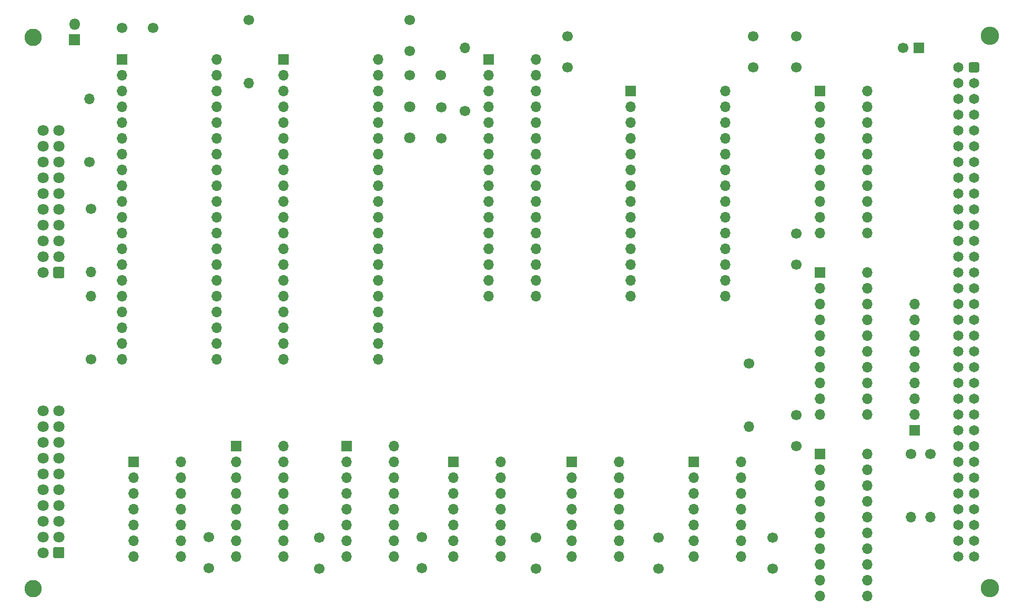
<source format=gbs>
%TF.GenerationSoftware,KiCad,Pcbnew,(5.1.10)-1*%
%TF.CreationDate,2021-07-28T22:43:10+09:30*%
%TF.ProjectId,System4cpu,53797374-656d-4346-9370-752e6b696361,rev?*%
%TF.SameCoordinates,Original*%
%TF.FileFunction,Soldermask,Bot*%
%TF.FilePolarity,Negative*%
%FSLAX46Y46*%
G04 Gerber Fmt 4.6, Leading zero omitted, Abs format (unit mm)*
G04 Created by KiCad (PCBNEW (5.1.10)-1) date 2021-07-28 22:43:10*
%MOMM*%
%LPD*%
G01*
G04 APERTURE LIST*
%ADD10C,2.800000*%
%ADD11O,1.700000X1.700000*%
%ADD12C,1.700000*%
%ADD13C,1.800000*%
%ADD14O,1.800000X1.800000*%
%ADD15C,1.650000*%
%ADD16C,2.950000*%
G04 APERTURE END LIST*
D10*
%TO.C,REF\u002A\u002A*%
X66975000Y-45340000D03*
X66975000Y-134060000D03*
%TD*%
D11*
%TO.C,R8*%
X136525000Y-46990000D03*
D12*
X136525000Y-57150000D03*
%TD*%
D11*
%TO.C,U5*%
X96520000Y-48895000D03*
X81280000Y-97155000D03*
X96520000Y-51435000D03*
X81280000Y-94615000D03*
X96520000Y-53975000D03*
X81280000Y-92075000D03*
X96520000Y-56515000D03*
X81280000Y-89535000D03*
X96520000Y-59055000D03*
X81280000Y-86995000D03*
X96520000Y-61595000D03*
X81280000Y-84455000D03*
X96520000Y-64135000D03*
X81280000Y-81915000D03*
X96520000Y-66675000D03*
X81280000Y-79375000D03*
X96520000Y-69215000D03*
X81280000Y-76835000D03*
X96520000Y-71755000D03*
X81280000Y-74295000D03*
X96520000Y-74295000D03*
X81280000Y-71755000D03*
X96520000Y-76835000D03*
X81280000Y-69215000D03*
X96520000Y-79375000D03*
X81280000Y-66675000D03*
X96520000Y-81915000D03*
X81280000Y-64135000D03*
X96520000Y-84455000D03*
X81280000Y-61595000D03*
X96520000Y-86995000D03*
X81280000Y-59055000D03*
X96520000Y-89535000D03*
X81280000Y-56515000D03*
X96520000Y-92075000D03*
X81280000Y-53975000D03*
X96520000Y-94615000D03*
X81280000Y-51435000D03*
X96520000Y-97155000D03*
G36*
G01*
X80430000Y-49695000D02*
X80430000Y-48095000D01*
G75*
G02*
X80480000Y-48045000I50000J0D01*
G01*
X82080000Y-48045000D01*
G75*
G02*
X82130000Y-48095000I0J-50000D01*
G01*
X82130000Y-49695000D01*
G75*
G02*
X82080000Y-49745000I-50000J0D01*
G01*
X80480000Y-49745000D01*
G75*
G02*
X80430000Y-49695000I0J50000D01*
G01*
G37*
%TD*%
D13*
%TO.C,J3*%
X68580000Y-105410000D03*
X68580000Y-107950000D03*
X68580000Y-110490000D03*
X68580000Y-113030000D03*
X68580000Y-115570000D03*
X68580000Y-118110000D03*
X68580000Y-120650000D03*
X68580000Y-123190000D03*
X68580000Y-125730000D03*
X68580000Y-128270000D03*
X71120000Y-105410000D03*
X71120000Y-107950000D03*
X71120000Y-110490000D03*
X71120000Y-113030000D03*
X71120000Y-115570000D03*
X71120000Y-118110000D03*
X71120000Y-120650000D03*
X71120000Y-123190000D03*
X71120000Y-125730000D03*
G36*
G01*
X72020000Y-127634705D02*
X72020000Y-128905295D01*
G75*
G02*
X71755295Y-129170000I-264705J0D01*
G01*
X70484705Y-129170000D01*
G75*
G02*
X70220000Y-128905295I0J264705D01*
G01*
X70220000Y-127634705D01*
G75*
G02*
X70484705Y-127370000I264705J0D01*
G01*
X71755295Y-127370000D01*
G75*
G02*
X72020000Y-127634705I0J-264705D01*
G01*
G37*
%TD*%
%TO.C,J2*%
X68580000Y-60325000D03*
X68580000Y-62865000D03*
X68580000Y-65405000D03*
X68580000Y-67945000D03*
X68580000Y-70485000D03*
X68580000Y-73025000D03*
X68580000Y-75565000D03*
X68580000Y-78105000D03*
X68580000Y-80645000D03*
X68580000Y-83185000D03*
X71120000Y-60325000D03*
X71120000Y-62865000D03*
X71120000Y-65405000D03*
X71120000Y-67945000D03*
X71120000Y-70485000D03*
X71120000Y-73025000D03*
X71120000Y-75565000D03*
X71120000Y-78105000D03*
X71120000Y-80645000D03*
G36*
G01*
X72020000Y-82549705D02*
X72020000Y-83820295D01*
G75*
G02*
X71755295Y-84085000I-264705J0D01*
G01*
X70484705Y-84085000D01*
G75*
G02*
X70220000Y-83820295I0J264705D01*
G01*
X70220000Y-82549705D01*
G75*
G02*
X70484705Y-82285000I264705J0D01*
G01*
X71755295Y-82285000D01*
G75*
G02*
X72020000Y-82549705I0J-264705D01*
G01*
G37*
%TD*%
D11*
%TO.C,U13*%
X122555000Y-48895000D03*
X107315000Y-97155000D03*
X122555000Y-51435000D03*
X107315000Y-94615000D03*
X122555000Y-53975000D03*
X107315000Y-92075000D03*
X122555000Y-56515000D03*
X107315000Y-89535000D03*
X122555000Y-59055000D03*
X107315000Y-86995000D03*
X122555000Y-61595000D03*
X107315000Y-84455000D03*
X122555000Y-64135000D03*
X107315000Y-81915000D03*
X122555000Y-66675000D03*
X107315000Y-79375000D03*
X122555000Y-69215000D03*
X107315000Y-76835000D03*
X122555000Y-71755000D03*
X107315000Y-74295000D03*
X122555000Y-74295000D03*
X107315000Y-71755000D03*
X122555000Y-76835000D03*
X107315000Y-69215000D03*
X122555000Y-79375000D03*
X107315000Y-66675000D03*
X122555000Y-81915000D03*
X107315000Y-64135000D03*
X122555000Y-84455000D03*
X107315000Y-61595000D03*
X122555000Y-86995000D03*
X107315000Y-59055000D03*
X122555000Y-89535000D03*
X107315000Y-56515000D03*
X122555000Y-92075000D03*
X107315000Y-53975000D03*
X122555000Y-94615000D03*
X107315000Y-51435000D03*
X122555000Y-97155000D03*
G36*
G01*
X106465000Y-49695000D02*
X106465000Y-48095000D01*
G75*
G02*
X106515000Y-48045000I50000J0D01*
G01*
X108115000Y-48045000D01*
G75*
G02*
X108165000Y-48095000I0J-50000D01*
G01*
X108165000Y-49695000D01*
G75*
G02*
X108115000Y-49745000I-50000J0D01*
G01*
X106515000Y-49745000D01*
G75*
G02*
X106465000Y-49695000I0J50000D01*
G01*
G37*
%TD*%
%TO.C,U12*%
X90805000Y-113665000D03*
X83185000Y-128905000D03*
X90805000Y-116205000D03*
X83185000Y-126365000D03*
X90805000Y-118745000D03*
X83185000Y-123825000D03*
X90805000Y-121285000D03*
X83185000Y-121285000D03*
X90805000Y-123825000D03*
X83185000Y-118745000D03*
X90805000Y-126365000D03*
X83185000Y-116205000D03*
X90805000Y-128905000D03*
G36*
G01*
X82335000Y-114465000D02*
X82335000Y-112865000D01*
G75*
G02*
X82385000Y-112815000I50000J0D01*
G01*
X83985000Y-112815000D01*
G75*
G02*
X84035000Y-112865000I0J-50000D01*
G01*
X84035000Y-114465000D01*
G75*
G02*
X83985000Y-114515000I-50000J0D01*
G01*
X82385000Y-114515000D01*
G75*
G02*
X82335000Y-114465000I0J50000D01*
G01*
G37*
%TD*%
%TO.C,U11*%
X142240000Y-113665000D03*
X134620000Y-128905000D03*
X142240000Y-116205000D03*
X134620000Y-126365000D03*
X142240000Y-118745000D03*
X134620000Y-123825000D03*
X142240000Y-121285000D03*
X134620000Y-121285000D03*
X142240000Y-123825000D03*
X134620000Y-118745000D03*
X142240000Y-126365000D03*
X134620000Y-116205000D03*
X142240000Y-128905000D03*
G36*
G01*
X133770000Y-114465000D02*
X133770000Y-112865000D01*
G75*
G02*
X133820000Y-112815000I50000J0D01*
G01*
X135420000Y-112815000D01*
G75*
G02*
X135470000Y-112865000I0J-50000D01*
G01*
X135470000Y-114465000D01*
G75*
G02*
X135420000Y-114515000I-50000J0D01*
G01*
X133820000Y-114515000D01*
G75*
G02*
X133770000Y-114465000I0J50000D01*
G01*
G37*
%TD*%
%TO.C,U10*%
X125095000Y-111125000D03*
X117475000Y-128905000D03*
X125095000Y-113665000D03*
X117475000Y-126365000D03*
X125095000Y-116205000D03*
X117475000Y-123825000D03*
X125095000Y-118745000D03*
X117475000Y-121285000D03*
X125095000Y-121285000D03*
X117475000Y-118745000D03*
X125095000Y-123825000D03*
X117475000Y-116205000D03*
X125095000Y-126365000D03*
X117475000Y-113665000D03*
X125095000Y-128905000D03*
G36*
G01*
X116625000Y-111925000D02*
X116625000Y-110325000D01*
G75*
G02*
X116675000Y-110275000I50000J0D01*
G01*
X118275000Y-110275000D01*
G75*
G02*
X118325000Y-110325000I0J-50000D01*
G01*
X118325000Y-111925000D01*
G75*
G02*
X118275000Y-111975000I-50000J0D01*
G01*
X116675000Y-111975000D01*
G75*
G02*
X116625000Y-111925000I0J50000D01*
G01*
G37*
%TD*%
%TO.C,U9*%
X107315000Y-111125000D03*
X99695000Y-128905000D03*
X107315000Y-113665000D03*
X99695000Y-126365000D03*
X107315000Y-116205000D03*
X99695000Y-123825000D03*
X107315000Y-118745000D03*
X99695000Y-121285000D03*
X107315000Y-121285000D03*
X99695000Y-118745000D03*
X107315000Y-123825000D03*
X99695000Y-116205000D03*
X107315000Y-126365000D03*
X99695000Y-113665000D03*
X107315000Y-128905000D03*
G36*
G01*
X98845000Y-111925000D02*
X98845000Y-110325000D01*
G75*
G02*
X98895000Y-110275000I50000J0D01*
G01*
X100495000Y-110275000D01*
G75*
G02*
X100545000Y-110325000I0J-50000D01*
G01*
X100545000Y-111925000D01*
G75*
G02*
X100495000Y-111975000I-50000J0D01*
G01*
X98895000Y-111975000D01*
G75*
G02*
X98845000Y-111925000I0J50000D01*
G01*
G37*
%TD*%
%TO.C,U8*%
X161290000Y-113665000D03*
X153670000Y-128905000D03*
X161290000Y-116205000D03*
X153670000Y-126365000D03*
X161290000Y-118745000D03*
X153670000Y-123825000D03*
X161290000Y-121285000D03*
X153670000Y-121285000D03*
X161290000Y-123825000D03*
X153670000Y-118745000D03*
X161290000Y-126365000D03*
X153670000Y-116205000D03*
X161290000Y-128905000D03*
G36*
G01*
X152820000Y-114465000D02*
X152820000Y-112865000D01*
G75*
G02*
X152870000Y-112815000I50000J0D01*
G01*
X154470000Y-112815000D01*
G75*
G02*
X154520000Y-112865000I0J-50000D01*
G01*
X154520000Y-114465000D01*
G75*
G02*
X154470000Y-114515000I-50000J0D01*
G01*
X152870000Y-114515000D01*
G75*
G02*
X152820000Y-114465000I0J50000D01*
G01*
G37*
%TD*%
%TO.C,U7*%
X147955000Y-48895000D03*
X140335000Y-86995000D03*
X147955000Y-51435000D03*
X140335000Y-84455000D03*
X147955000Y-53975000D03*
X140335000Y-81915000D03*
X147955000Y-56515000D03*
X140335000Y-79375000D03*
X147955000Y-59055000D03*
X140335000Y-76835000D03*
X147955000Y-61595000D03*
X140335000Y-74295000D03*
X147955000Y-64135000D03*
X140335000Y-71755000D03*
X147955000Y-66675000D03*
X140335000Y-69215000D03*
X147955000Y-69215000D03*
X140335000Y-66675000D03*
X147955000Y-71755000D03*
X140335000Y-64135000D03*
X147955000Y-74295000D03*
X140335000Y-61595000D03*
X147955000Y-76835000D03*
X140335000Y-59055000D03*
X147955000Y-79375000D03*
X140335000Y-56515000D03*
X147955000Y-81915000D03*
X140335000Y-53975000D03*
X147955000Y-84455000D03*
X140335000Y-51435000D03*
X147955000Y-86995000D03*
G36*
G01*
X139485000Y-49695000D02*
X139485000Y-48095000D01*
G75*
G02*
X139535000Y-48045000I50000J0D01*
G01*
X141135000Y-48045000D01*
G75*
G02*
X141185000Y-48095000I0J-50000D01*
G01*
X141185000Y-49695000D01*
G75*
G02*
X141135000Y-49745000I-50000J0D01*
G01*
X139535000Y-49745000D01*
G75*
G02*
X139485000Y-49695000I0J50000D01*
G01*
G37*
%TD*%
%TO.C,U4*%
X201295000Y-112395000D03*
X193675000Y-135255000D03*
X201295000Y-114935000D03*
X193675000Y-132715000D03*
X201295000Y-117475000D03*
X193675000Y-130175000D03*
X201295000Y-120015000D03*
X193675000Y-127635000D03*
X201295000Y-122555000D03*
X193675000Y-125095000D03*
X201295000Y-125095000D03*
X193675000Y-122555000D03*
X201295000Y-127635000D03*
X193675000Y-120015000D03*
X201295000Y-130175000D03*
X193675000Y-117475000D03*
X201295000Y-132715000D03*
X193675000Y-114935000D03*
X201295000Y-135255000D03*
G36*
G01*
X192825000Y-113195000D02*
X192825000Y-111595000D01*
G75*
G02*
X192875000Y-111545000I50000J0D01*
G01*
X194475000Y-111545000D01*
G75*
G02*
X194525000Y-111595000I0J-50000D01*
G01*
X194525000Y-113195000D01*
G75*
G02*
X194475000Y-113245000I-50000J0D01*
G01*
X192875000Y-113245000D01*
G75*
G02*
X192825000Y-113195000I0J50000D01*
G01*
G37*
%TD*%
%TO.C,U3*%
X201295000Y-83185000D03*
X193675000Y-106045000D03*
X201295000Y-85725000D03*
X193675000Y-103505000D03*
X201295000Y-88265000D03*
X193675000Y-100965000D03*
X201295000Y-90805000D03*
X193675000Y-98425000D03*
X201295000Y-93345000D03*
X193675000Y-95885000D03*
X201295000Y-95885000D03*
X193675000Y-93345000D03*
X201295000Y-98425000D03*
X193675000Y-90805000D03*
X201295000Y-100965000D03*
X193675000Y-88265000D03*
X201295000Y-103505000D03*
X193675000Y-85725000D03*
X201295000Y-106045000D03*
G36*
G01*
X192825000Y-83985000D02*
X192825000Y-82385000D01*
G75*
G02*
X192875000Y-82335000I50000J0D01*
G01*
X194475000Y-82335000D01*
G75*
G02*
X194525000Y-82385000I0J-50000D01*
G01*
X194525000Y-83985000D01*
G75*
G02*
X194475000Y-84035000I-50000J0D01*
G01*
X192875000Y-84035000D01*
G75*
G02*
X192825000Y-83985000I0J50000D01*
G01*
G37*
%TD*%
%TO.C,U2*%
X201295000Y-53975000D03*
X193675000Y-76835000D03*
X201295000Y-56515000D03*
X193675000Y-74295000D03*
X201295000Y-59055000D03*
X193675000Y-71755000D03*
X201295000Y-61595000D03*
X193675000Y-69215000D03*
X201295000Y-64135000D03*
X193675000Y-66675000D03*
X201295000Y-66675000D03*
X193675000Y-64135000D03*
X201295000Y-69215000D03*
X193675000Y-61595000D03*
X201295000Y-71755000D03*
X193675000Y-59055000D03*
X201295000Y-74295000D03*
X193675000Y-56515000D03*
X201295000Y-76835000D03*
G36*
G01*
X192825000Y-54775000D02*
X192825000Y-53175000D01*
G75*
G02*
X192875000Y-53125000I50000J0D01*
G01*
X194475000Y-53125000D01*
G75*
G02*
X194525000Y-53175000I0J-50000D01*
G01*
X194525000Y-54775000D01*
G75*
G02*
X194475000Y-54825000I-50000J0D01*
G01*
X192875000Y-54825000D01*
G75*
G02*
X192825000Y-54775000I0J50000D01*
G01*
G37*
%TD*%
%TO.C,U1*%
X180975000Y-113665000D03*
X173355000Y-128905000D03*
X180975000Y-116205000D03*
X173355000Y-126365000D03*
X180975000Y-118745000D03*
X173355000Y-123825000D03*
X180975000Y-121285000D03*
X173355000Y-121285000D03*
X180975000Y-123825000D03*
X173355000Y-118745000D03*
X180975000Y-126365000D03*
X173355000Y-116205000D03*
X180975000Y-128905000D03*
G36*
G01*
X172505000Y-114465000D02*
X172505000Y-112865000D01*
G75*
G02*
X172555000Y-112815000I50000J0D01*
G01*
X174155000Y-112815000D01*
G75*
G02*
X174205000Y-112865000I0J-50000D01*
G01*
X174205000Y-114465000D01*
G75*
G02*
X174155000Y-114515000I-50000J0D01*
G01*
X172555000Y-114515000D01*
G75*
G02*
X172505000Y-114465000I0J50000D01*
G01*
G37*
%TD*%
%TO.C,RN1*%
X208915000Y-88265000D03*
X208915000Y-90805000D03*
X208915000Y-93345000D03*
X208915000Y-95885000D03*
X208915000Y-98425000D03*
X208915000Y-100965000D03*
X208915000Y-103505000D03*
X208915000Y-106045000D03*
G36*
G01*
X209715000Y-109435000D02*
X208115000Y-109435000D01*
G75*
G02*
X208065000Y-109385000I0J50000D01*
G01*
X208065000Y-107785000D01*
G75*
G02*
X208115000Y-107735000I50000J0D01*
G01*
X209715000Y-107735000D01*
G75*
G02*
X209765000Y-107785000I0J-50000D01*
G01*
X209765000Y-109385000D01*
G75*
G02*
X209715000Y-109435000I-50000J0D01*
G01*
G37*
%TD*%
%TO.C,R7*%
X208280000Y-122555000D03*
D12*
X208280000Y-112395000D03*
%TD*%
D11*
%TO.C,R6*%
X211455000Y-122555000D03*
D12*
X211455000Y-112395000D03*
%TD*%
D11*
%TO.C,R5*%
X101727000Y-52705000D03*
D12*
X101727000Y-42545000D03*
%TD*%
D11*
%TO.C,R4*%
X76327000Y-86995000D03*
D12*
X76327000Y-97155000D03*
%TD*%
D11*
%TO.C,R3*%
X76327000Y-83058000D03*
D12*
X76327000Y-72898000D03*
%TD*%
D11*
%TO.C,R2*%
X76073000Y-55245000D03*
D12*
X76073000Y-65405000D03*
%TD*%
D11*
%TO.C,R1*%
X182245000Y-107950000D03*
D12*
X182245000Y-97790000D03*
%TD*%
D14*
%TO.C,J4*%
X73660000Y-43180000D03*
G36*
G01*
X74560000Y-44870000D02*
X74560000Y-46570000D01*
G75*
G02*
X74510000Y-46620000I-50000J0D01*
G01*
X72810000Y-46620000D01*
G75*
G02*
X72760000Y-46570000I0J50000D01*
G01*
X72760000Y-44870000D01*
G75*
G02*
X72810000Y-44820000I50000J0D01*
G01*
X74510000Y-44820000D01*
G75*
G02*
X74560000Y-44870000I0J-50000D01*
G01*
G37*
%TD*%
D15*
%TO.C,J1*%
X215900000Y-128905000D03*
X215900000Y-126365000D03*
X215900000Y-123825000D03*
X215900000Y-121285000D03*
X215900000Y-118745000D03*
X215900000Y-116205000D03*
X215900000Y-113665000D03*
X215900000Y-111125000D03*
X215900000Y-108585000D03*
X215900000Y-106045000D03*
X215900000Y-103505000D03*
X215900000Y-100965000D03*
X215900000Y-98425000D03*
X215900000Y-95885000D03*
X215900000Y-93345000D03*
X215900000Y-90805000D03*
X215900000Y-88265000D03*
X215900000Y-85725000D03*
X215900000Y-83185000D03*
X215900000Y-80645000D03*
X215900000Y-78105000D03*
X215900000Y-75565000D03*
X215900000Y-73025000D03*
X215900000Y-70485000D03*
X215900000Y-67945000D03*
X215900000Y-65405000D03*
X215900000Y-62865000D03*
X215900000Y-60325000D03*
X215900000Y-57785000D03*
X215900000Y-55245000D03*
X215900000Y-52705000D03*
X215900000Y-50165000D03*
X218440000Y-128905000D03*
X218440000Y-126365000D03*
X218440000Y-123825000D03*
X218440000Y-121285000D03*
X218440000Y-118745000D03*
X218440000Y-116205000D03*
X218440000Y-113665000D03*
X218440000Y-111125000D03*
X218440000Y-108585000D03*
X218440000Y-106045000D03*
X218440000Y-103505000D03*
X218440000Y-100965000D03*
X218440000Y-98425000D03*
X218440000Y-95885000D03*
X218440000Y-93345000D03*
X218440000Y-90805000D03*
X218440000Y-88265000D03*
X218440000Y-85725000D03*
X218440000Y-83185000D03*
X218440000Y-80645000D03*
X218440000Y-78105000D03*
X218440000Y-75565000D03*
X218440000Y-73025000D03*
X218440000Y-70485000D03*
X218440000Y-67945000D03*
X218440000Y-65405000D03*
X218440000Y-62865000D03*
X218440000Y-60325000D03*
X218440000Y-57785000D03*
X218440000Y-55245000D03*
X218440000Y-52705000D03*
G36*
G01*
X217881127Y-49340000D02*
X218998873Y-49340000D01*
G75*
G02*
X219265000Y-49606127I0J-266127D01*
G01*
X219265000Y-50723873D01*
G75*
G02*
X218998873Y-50990000I-266127J0D01*
G01*
X217881127Y-50990000D01*
G75*
G02*
X217615000Y-50723873I0J266127D01*
G01*
X217615000Y-49606127D01*
G75*
G02*
X217881127Y-49340000I266127J0D01*
G01*
G37*
D16*
X220980000Y-133985000D03*
X220980000Y-45085000D03*
%TD*%
D12*
%TO.C,C14*%
X153035000Y-45165000D03*
X153035000Y-50165000D03*
%TD*%
%TO.C,C13*%
X167640000Y-130810000D03*
X167640000Y-125810000D03*
%TD*%
%TO.C,C12*%
X147955000Y-130810000D03*
X147955000Y-125810000D03*
%TD*%
%TO.C,C11*%
X129540000Y-130730000D03*
X129540000Y-125730000D03*
%TD*%
%TO.C,C10*%
X113030000Y-130810000D03*
X113030000Y-125810000D03*
%TD*%
%TO.C,C9*%
X95250000Y-130730000D03*
X95250000Y-125730000D03*
%TD*%
%TO.C,C8*%
X186055000Y-130810000D03*
X186055000Y-125810000D03*
%TD*%
%TO.C,C7*%
X182880000Y-45165000D03*
X182880000Y-50165000D03*
%TD*%
%TO.C,C6*%
X189865000Y-45165000D03*
X189865000Y-50165000D03*
%TD*%
%TO.C,C5*%
X189865000Y-76915000D03*
X189865000Y-81915000D03*
%TD*%
%TO.C,C4*%
X207050000Y-46990000D03*
G36*
G01*
X210400000Y-46190000D02*
X210400000Y-47790000D01*
G75*
G02*
X210350000Y-47840000I-50000J0D01*
G01*
X208750000Y-47840000D01*
G75*
G02*
X208700000Y-47790000I0J50000D01*
G01*
X208700000Y-46190000D01*
G75*
G02*
X208750000Y-46140000I50000J0D01*
G01*
X210350000Y-46140000D01*
G75*
G02*
X210400000Y-46190000I0J-50000D01*
G01*
G37*
%TD*%
%TO.C,C3*%
X132715000Y-56595000D03*
X132715000Y-61595000D03*
%TD*%
%TO.C,C2*%
X132635000Y-51435000D03*
X127635000Y-51435000D03*
%TD*%
%TO.C,U6*%
G36*
G01*
X162345000Y-54775000D02*
X162345000Y-53175000D01*
G75*
G02*
X162395000Y-53125000I50000J0D01*
G01*
X163995000Y-53125000D01*
G75*
G02*
X164045000Y-53175000I0J-50000D01*
G01*
X164045000Y-54775000D01*
G75*
G02*
X163995000Y-54825000I-50000J0D01*
G01*
X162395000Y-54825000D01*
G75*
G02*
X162345000Y-54775000I0J50000D01*
G01*
G37*
D11*
X178435000Y-86995000D03*
X163195000Y-56515000D03*
X178435000Y-84455000D03*
X163195000Y-59055000D03*
X178435000Y-81915000D03*
X163195000Y-61595000D03*
X178435000Y-79375000D03*
X163195000Y-64135000D03*
X178435000Y-76835000D03*
X163195000Y-66675000D03*
X178435000Y-74295000D03*
X163195000Y-69215000D03*
X178435000Y-71755000D03*
X163195000Y-71755000D03*
X178435000Y-69215000D03*
X163195000Y-74295000D03*
X178435000Y-66675000D03*
X163195000Y-76835000D03*
X178435000Y-64135000D03*
X163195000Y-79375000D03*
X178435000Y-61595000D03*
X163195000Y-81915000D03*
X178435000Y-59055000D03*
X163195000Y-84455000D03*
X178435000Y-56515000D03*
X163195000Y-86995000D03*
X178435000Y-53975000D03*
%TD*%
D13*
%TO.C,Y1*%
X127635000Y-56515000D03*
X127635000Y-61515000D03*
%TD*%
D12*
%TO.C,C1*%
X127635000Y-42545000D03*
X127635000Y-47545000D03*
%TD*%
%TO.C,C15*%
X86280000Y-43815000D03*
X81280000Y-43815000D03*
%TD*%
%TO.C,C16*%
X189865000Y-111125000D03*
X189865000Y-106125000D03*
%TD*%
M02*

</source>
